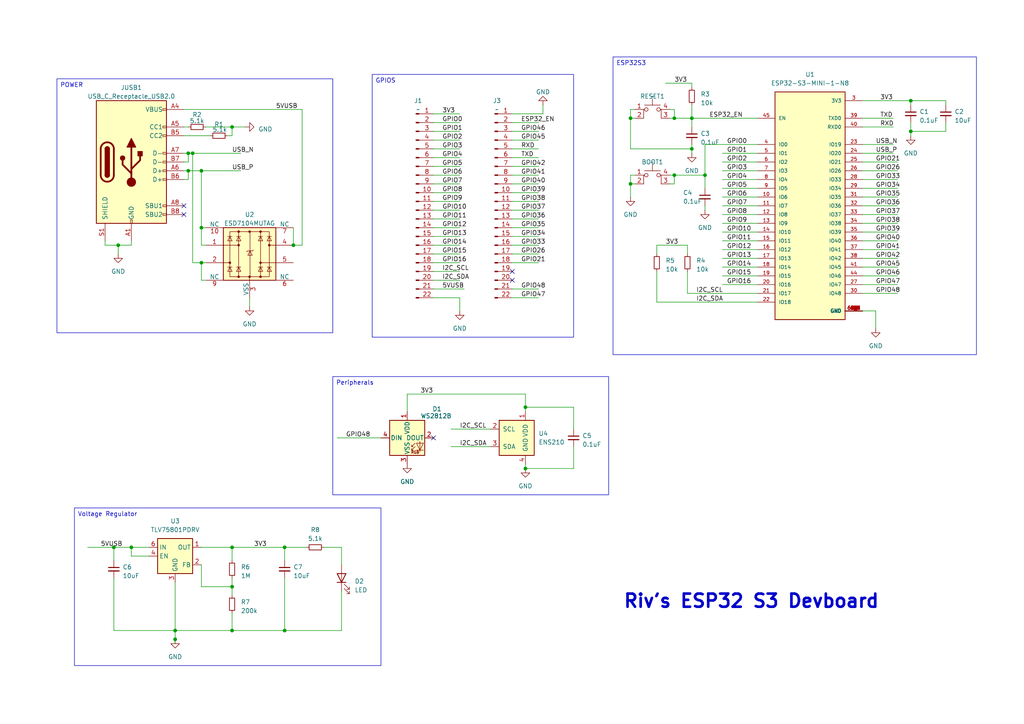
<source format=kicad_sch>
(kicad_sch (version 20250114) (generator "eeschema") (generator_version "9.0")
  (paper "A4")
  (lib_symbols
    (symbol "Connector:Conn_01x22_Pin" (pin_names (offset 1.016) (hide yes))
      (property "Reference" "J" (at 0 27.94 0))
      (property "Value" "Conn_01x22_Pin" (at 0 -30.48 0))
      (symbol "Conn_01x22_Pin_1_1"
        (rectangle (start 0.8636 25.527) (end 0 25.273) (stroke (width 0.1524)) (fill (type outline)))
        (rectangle (start 0.8636 22.987) (end 0 22.733) (stroke (width 0.1524)) (fill (type outline)))
        (rectangle (start 0.8636 20.447) (end 0 20.193) (stroke (width 0.1524)) (fill (type outline)))
        (rectangle (start 0.8636 17.907) (end 0 17.653) (stroke (width 0.1524)) (fill (type outline)))
        (rectangle (start 0.8636 15.367) (end 0 15.113) (stroke (width 0.1524)) (fill (type outline)))
        (rectangle (start 0.8636 12.827) (end 0 12.573) (stroke (width 0.1524)) (fill (type outline)))
        (rectangle (start 0.8636 10.287) (end 0 10.033) (stroke (width 0.1524)) (fill (type outline)))
        (rectangle (start 0.8636 7.747) (end 0 7.493) (stroke (width 0.1524)) (fill (type outline)))
        (rectangle (start 0.8636 5.207) (end 0 4.953) (stroke (width 0.1524)) (fill (type outline)))
        (rectangle (start 0.8636 2.667) (end 0 2.413) (stroke (width 0.1524)) (fill (type outline)))
        (rectangle (start 0.8636 0.127) (end 0 -0.127) (stroke (width 0.1524)) (fill (type outline)))
        (rectangle (start 0.8636 -2.413) (end 0 -2.667) (stroke (width 0.1524)) (fill (type outline)))
        (rectangle (start 0.8636 -4.953) (end 0 -5.207) (stroke (width 0.1524)) (fill (type outline)))
        (rectangle (start 0.8636 -7.493) (end 0 -7.747) (stroke (width 0.1524)) (fill (type outline)))
        (rectangle (start 0.8636 -10.033) (end 0 -10.287) (stroke (width 0.1524)) (fill (type outline)))
        (rectangle (start 0.8636 -12.573) (end 0 -12.827) (stroke (width 0.1524)) (fill (type outline)))
        (rectangle (start 0.8636 -15.113) (end 0 -15.367) (stroke (width 0.1524)) (fill (type outline)))
        (rectangle (start 0.8636 -17.653) (end 0 -17.907) (stroke (width 0.1524)) (fill (type outline)))
        (rectangle (start 0.8636 -20.193) (end 0 -20.447) (stroke (width 0.1524)) (fill (type outline)))
        (rectangle (start 0.8636 -22.733) (end 0 -22.987) (stroke (width 0.1524)) (fill (type outline)))
        (rectangle (start 0.8636 -25.273) (end 0 -25.527) (stroke (width 0.1524)) (fill (type outline)))
        (rectangle (start 0.8636 -27.813) (end 0 -28.067) (stroke (width 0.1524)) (fill (type outline)))
        (polyline (pts (xy 1.27 25.4) (xy 0.8636 25.4)) (stroke (width 0.1524)))
        (polyline (pts (xy 1.27 22.86) (xy 0.8636 22.86)) (stroke (width 0.1524)))
        (polyline (pts (xy 1.27 20.32) (xy 0.8636 20.32)) (stroke (width 0.1524)))
        (polyline (pts (xy 1.27 17.78) (xy 0.8636 17.78)) (stroke (width 0.1524)))
        (polyline (pts (xy 1.27 15.24) (xy 0.8636 15.24)) (stroke (width 0.1524)))
        (polyline (pts (xy 1.27 12.7) (xy 0.8636 12.7)) (stroke (width 0.1524)))
        (polyline (pts (xy 1.27 10.16) (xy 0.8636 10.16)) (stroke (width 0.1524)))
        (polyline (pts (xy 1.27 7.62) (xy 0.8636 7.62)) (stroke (width 0.1524)))
        (polyline (pts (xy 1.27 5.08) (xy 0.8636 5.08)) (stroke (width 0.1524)))
        (polyline (pts (xy 1.27 2.54) (xy 0.8636 2.54)) (stroke (width 0.1524)))
        (polyline (pts (xy 1.27 0) (xy 0.8636 0)) (stroke (width 0.1524)))
        (polyline (pts (xy 1.27 -2.54) (xy 0.8636 -2.54)) (stroke (width 0.1524)))
        (polyline (pts (xy 1.27 -5.08) (xy 0.8636 -5.08)) (stroke (width 0.1524)))
        (polyline (pts (xy 1.27 -7.62) (xy 0.8636 -7.62)) (stroke (width 0.1524)))
        (polyline (pts (xy 1.27 -10.16) (xy 0.8636 -10.16)) (stroke (width 0.1524)))
        (polyline (pts (xy 1.27 -12.7) (xy 0.8636 -12.7)) (stroke (width 0.1524)))
        (polyline (pts (xy 1.27 -15.24) (xy 0.8636 -15.24)) (stroke (width 0.1524)))
        (polyline (pts (xy 1.27 -17.78) (xy 0.8636 -17.78)) (stroke (width 0.1524)))
        (polyline (pts (xy 1.27 -20.32) (xy 0.8636 -20.32)) (stroke (width 0.1524)))
        (polyline (pts (xy 1.27 -22.86) (xy 0.8636 -22.86)) (stroke (width 0.1524)))
        (polyline (pts (xy 1.27 -25.4) (xy 0.8636 -25.4)) (stroke (width 0.1524)))
        (polyline (pts (xy 1.27 -27.94) (xy 0.8636 -27.94)) (stroke (width 0.1524)))
        (pin passive line (at 5.08 25.4 180) (length 3.81) (name "Pin_1") (number "1"))
        (pin passive line (at 5.08 22.86 180) (length 3.81) (name "Pin_2") (number "2"))
        (pin passive line (at 5.08 20.32 180) (length 3.81) (name "Pin_3") (number "3"))
        (pin passive line (at 5.08 17.78 180) (length 3.81) (name "Pin_4") (number "4"))
        (pin passive line (at 5.08 15.24 180) (length 3.81) (name "Pin_5") (number "5"))
        (pin passive line (at 5.08 12.7 180) (length 3.81) (name "Pin_6") (number "6"))
        (pin passive line (at 5.08 10.16 180) (length 3.81) (name "Pin_7") (number "7"))
        (pin passive line (at 5.08 7.62 180) (length 3.81) (name "Pin_8") (number "8"))
        (pin passive line (at 5.08 5.08 180) (length 3.81) (name "Pin_9") (number "9"))
        (pin passive line (at 5.08 2.54 180) (length 3.81) (name "Pin_10") (number "10"))
        (pin passive line (at 5.08 0 180) (length 3.81) (name "Pin_11") (number "11"))
        (pin passive line (at 5.08 -2.54 180) (length 3.81) (name "Pin_12") (number "12"))
        (pin passive line (at 5.08 -5.08 180) (length 3.81) (name "Pin_13") (number "13"))
        (pin passive line (at 5.08 -7.62 180) (length 3.81) (name "Pin_14") (number "14"))
        (pin passive line (at 5.08 -10.16 180) (length 3.81) (name "Pin_15") (number "15"))
        (pin passive line (at 5.08 -12.7 180) (length 3.81) (name "Pin_16") (number "16"))
        (pin passive line (at 5.08 -15.24 180) (length 3.81) (name "Pin_17") (number "17"))
        (pin passive line (at 5.08 -17.78 180) (length 3.81) (name "Pin_18") (number "18"))
        (pin passive line (at 5.08 -20.32 180) (length 3.81) (name "Pin_19") (number "19"))
        (pin passive line (at 5.08 -22.86 180) (length 3.81) (name "Pin_20") (number "20"))
        (pin passive line (at 5.08 -25.4 180) (length 3.81) (name "Pin_21") (number "21"))
        (pin passive line (at 5.08 -27.94 180) (length 3.81) (name "Pin_22") (number "22"))
      )
    )
    (symbol "Connector:USB_C_Receptacle_USB2.0" (pin_names (offset 1.016))
      (property "Reference" "J" (at -10.16 19.05 0))
      (property "Value" "USB_C_Receptacle_USB2.0" (at 19.05 19.05 0))
      (symbol "USB_C_Receptacle_USB2.0_0_0"
        (rectangle (start -0.254 -17.78) (end 0.254 -16.764))
        (rectangle (start 10.16 15.494) (end 9.144 14.986))
        (rectangle (start 10.16 10.414) (end 9.144 9.906))
        (rectangle (start 10.16 7.874) (end 9.144 7.366))
        (rectangle (start 10.16 2.794) (end 9.144 2.286))
        (rectangle (start 10.16 0.254) (end 9.144 -0.254))
        (rectangle (start 10.16 -2.286) (end 9.144 -2.794))
        (rectangle (start 10.16 -4.826) (end 9.144 -5.334))
        (rectangle (start 10.16 -12.446) (end 9.144 -12.954))
        (rectangle (start 10.16 -14.986) (end 9.144 -15.494))
      )
      (symbol "USB_C_Receptacle_USB2.0_0_1"
        (rectangle (start -10.16 17.78) (end 10.16 -17.78) (stroke (width 0.254)) (fill (type background)))
        (polyline (pts (xy -8.89 -3.81) (xy -8.89 3.81)) (stroke (width 0.508)))
        (rectangle (start -7.62 -3.81) (end -6.35 3.81) (stroke (width 0.254)) (fill (type outline)))
        (arc (start -7.62 3.81) (mid -6.985 4.4423) (end -6.35 3.81) (stroke (width 0.254)))
        (arc (start -7.62 3.81) (mid -6.985 4.4423) (end -6.35 3.81) (stroke (width 0.254)) (fill (type outline)))
        (arc (start -8.89 3.81) (mid -6.985 5.7067) (end -5.08 3.81) (stroke (width 0.508)))
        (arc (start -5.08 -3.81) (mid -6.985 -5.7067) (end -8.89 -3.81) (stroke (width 0.508)))
        (arc (start -6.35 -3.81) (mid -6.985 -4.4423) (end -7.62 -3.81) (stroke (width 0.254)))
        (arc (start -6.35 -3.81) (mid -6.985 -4.4423) (end -7.62 -3.81) (stroke (width 0.254)) (fill (type outline)))
        (polyline (pts (xy -5.08 3.81) (xy -5.08 -3.81)) (stroke (width 0.508)))
        (circle (center -2.54 1.143) (radius 0.635) (stroke (width 0.254)) (fill (type outline)))
        (polyline (pts (xy -1.27 4.318) (xy 0 6.858) (xy 1.27 4.318) (xy -1.27 4.318)) (stroke (width 0.254)) (fill (type outline)))
        (polyline (pts (xy 0 -2.032) (xy 2.54 0.508) (xy 2.54 1.778)) (stroke (width 0.508)))
        (polyline (pts (xy 0 -3.302) (xy -2.54 -0.762) (xy -2.54 0.508)) (stroke (width 0.508)))
        (polyline (pts (xy 0 -5.842) (xy 0 4.318)) (stroke (width 0.508)))
        (circle (center 0 -5.842) (radius 1.27) (fill (type outline)))
        (rectangle (start 1.905 1.778) (end 3.175 3.048) (stroke (width 0.254)) (fill (type outline)))
      )
      (symbol "USB_C_Receptacle_USB2.0_1_1"
        (pin passive line (at -7.62 -22.86 90) (length 5.08) (name "SHIELD") (number "S1"))
        (pin passive line (at 0 -22.86 90) (length 5.08) (name "GND") (number "A1"))
        (pin passive line (at 0 -22.86 90) (length 5.08) (hide yes) (name "GND") (number "A12"))
        (pin passive line (at 0 -22.86 90) (length 5.08) (hide yes) (name "GND") (number "B1"))
        (pin passive line (at 0 -22.86 90) (length 5.08) (hide yes) (name "GND") (number "B12"))
        (pin passive line (at 15.24 15.24 180) (length 5.08) (name "VBUS") (number "A4"))
        (pin passive line (at 15.24 15.24 180) (length 5.08) (hide yes) (name "VBUS") (number "A9"))
        (pin passive line (at 15.24 15.24 180) (length 5.08) (hide yes) (name "VBUS") (number "B4"))
        (pin passive line (at 15.24 15.24 180) (length 5.08) (hide yes) (name "VBUS") (number "B9"))
        (pin bidirectional line (at 15.24 10.16 180) (length 5.08) (name "CC1") (number "A5"))
        (pin bidirectional line (at 15.24 7.62 180) (length 5.08) (name "CC2") (number "B5"))
        (pin bidirectional line (at 15.24 2.54 180) (length 5.08) (name "D-") (number "A7"))
        (pin bidirectional line (at 15.24 0 180) (length 5.08) (name "D-") (number "B7"))
        (pin bidirectional line (at 15.24 -2.54 180) (length 5.08) (name "D+") (number "A6"))
        (pin bidirectional line (at 15.24 -5.08 180) (length 5.08) (name "D+") (number "B6"))
        (pin bidirectional line (at 15.24 -12.7 180) (length 5.08) (name "SBU1") (number "A8"))
        (pin bidirectional line (at 15.24 -15.24 180) (length 5.08) (name "SBU2") (number "B8"))
      )
    )
    (symbol "Device:C_Small" (pin_numbers (hide yes)) (pin_names (offset 0.254) (hide yes))
      (property "Reference" "C" (at 0.254 1.778 0))
      (property "Value" "C_Small" (at 0.254 -2.032 0))
      (symbol "C_Small_0_1"
        (polyline (pts (xy -1.524 0.508) (xy 1.524 0.508)) (stroke (width 0.3048)))
        (polyline (pts (xy -1.524 -0.508) (xy 1.524 -0.508)) (stroke (width 0.3302)))
      )
      (symbol "C_Small_1_1"
        (pin passive line (at 0 2.54 270) (length 2.032) (name "~") (number "1"))
        (pin passive line (at 0 -2.54 90) (length 2.032) (name "~") (number "2"))
      )
    )
    (symbol "Device:LED" (pin_numbers (hide yes)) (pin_names (offset 1.016) (hide yes))
      (property "Reference" "D" (at 0 2.54 0))
      (property "Value" "LED" (at 0 -2.54 0))
      (symbol "LED_0_1"
        (polyline (pts (xy -3.048 -0.762) (xy -4.572 -2.286) (xy -3.81 -2.286) (xy -4.572 -2.286) (xy -4.572 -1.524)))
        (polyline (pts (xy -1.778 -0.762) (xy -3.302 -2.286) (xy -2.54 -2.286) (xy -3.302 -2.286) (xy -3.302 -1.524)))
        (polyline (pts (xy -1.27 0) (xy 1.27 0)))
        (polyline (pts (xy -1.27 -1.27) (xy -1.27 1.27)) (stroke (width 0.254)))
        (polyline (pts (xy 1.27 -1.27) (xy 1.27 1.27) (xy -1.27 0) (xy 1.27 -1.27)) (stroke (width 0.254)))
      )
      (symbol "LED_1_1"
        (pin passive line (at -3.81 0 0) (length 2.54) (name "K") (number "1"))
        (pin passive line (at 3.81 0 180) (length 2.54) (name "A") (number "2"))
      )
    )
    (symbol "Device:R_Small" (pin_numbers (hide yes)) (pin_names (offset 0.254) (hide yes))
      (property "Reference" "R" (at 0.762 0.508 0))
      (property "Value" "R_Small" (at 0.762 -1.016 0))
      (symbol "R_Small_0_1"
        (rectangle (start -0.762 1.778) (end 0.762 -1.778) (stroke (width 0.2032)))
      )
      (symbol "R_Small_1_1"
        (pin passive line (at 0 2.54 270) (length 0.762) (name "~") (number "1"))
        (pin passive line (at 0 -2.54 90) (length 0.762) (name "~") (number "2"))
      )
    )
    (symbol "LED:WS2812B" (pin_names (offset 0.254))
      (property "Reference" "D" (at 5.08 5.715 0))
      (property "Value" "WS2812B" (at 1.27 -5.715 0))
      (symbol "WS2812B_0_0"
        (text "RGB" (at 2.286 -4.191 0) (effects (font (size 0.762 0.762))))
      )
      (symbol "WS2812B_0_1"
        (polyline (pts (xy 1.27 -2.54) (xy 1.778 -2.54)))
        (polyline (pts (xy 1.27 -3.556) (xy 1.778 -3.556)))
        (polyline (pts (xy 2.286 -1.524) (xy 1.27 -2.54) (xy 1.27 -2.032)))
        (polyline (pts (xy 2.286 -2.54) (xy 1.27 -3.556) (xy 1.27 -3.048)))
        (polyline (pts (xy 3.683 -1.016) (xy 3.683 -3.556) (xy 3.683 -4.064)))
        (polyline (pts (xy 4.699 -1.524) (xy 2.667 -1.524) (xy 3.683 -3.556) (xy 4.699 -1.524)))
        (polyline (pts (xy 4.699 -3.556) (xy 2.667 -3.556)))
        (rectangle (start 5.08 5.08) (end -5.08 -5.08) (stroke (width 0.254)) (fill (type background)))
      )
      (symbol "WS2812B_1_1"
        (pin input line (at -7.62 0 0) (length 2.54) (name "DIN") (number "4"))
        (pin power_in line (at 0 7.62 270) (length 2.54) (name "VDD") (number "1"))
        (pin power_in line (at 0 -7.62 90) (length 2.54) (name "VSS") (number "3"))
        (pin output line (at 7.62 0 180) (length 2.54) (name "DOUT") (number "2"))
      )
    )
    (symbol "Power_Protection:D3V3XA4B10LP" (pin_names (offset 0))
      (property "Reference" "U" (at -0.635 8.89 0))
      (property "Value" "D3V3XA4B10LP" (at 8.89 -10.16 0))
      (symbol "D3V3XA4B10LP_0_0"
        (rectangle (start -5.715 6.477) (end 5.715 -6.604))
        (polyline (pts (xy -3.175 -6.604) (xy -3.175 6.477)))
        (polyline (pts (xy 0.127 6.477) (xy 0.127 -6.604)))
        (polyline (pts (xy 3.175 6.477) (xy 3.175 -6.604)))
      )
      (symbol "D3V3XA4B10LP_0_1"
        (polyline (pts (xy -7.747 2.54) (xy -3.175 2.54)))
        (rectangle (start -7.62 7.62) (end 7.62 -7.62) (stroke (width 0.254)) (fill (type background)))
        (polyline (pts (xy -7.62 -2.54) (xy -5.715 -2.54)))
        (circle (center -5.715 -2.54) (radius 0.2794) (fill (type outline)))
        (polyline (pts (xy -5.08 5.08) (xy -6.35 5.08)))
        (polyline (pts (xy -5.08 3.81) (xy -6.35 3.81) (xy -5.715 5.08) (xy -5.08 3.81)))
        (polyline (pts (xy -5.08 -3.81) (xy -6.35 -3.81)))
        (polyline (pts (xy -5.08 -5.08) (xy -6.35 -5.08) (xy -5.715 -3.81) (xy -5.08 -5.08)))
        (circle (center -3.175 6.477) (radius 0.2794) (fill (type outline)))
        (circle (center -3.175 2.54) (radius 0.2794) (fill (type outline)))
        (circle (center -3.175 -6.604) (radius 0.2794) (fill (type outline)))
        (polyline (pts (xy -2.54 5.08) (xy -3.81 5.08)))
        (polyline (pts (xy -2.54 3.81) (xy -3.81 3.81) (xy -3.175 5.08) (xy -2.54 3.81)))
        (polyline (pts (xy -2.54 -3.81) (xy -3.81 -3.81)))
        (polyline (pts (xy -2.54 -5.08) (xy -3.81 -5.08) (xy -3.175 -3.81) (xy -2.54 -5.08)))
        (polyline (pts (xy -0.508 0.889) (xy -0.889 0.635)))
        (circle (center 0 6.477) (radius 0.2794) (fill (type outline)))
        (polyline (pts (xy 0 -6.604) (xy 0 -7.62)))
        (circle (center 0 -6.604) (radius 0.2794) (fill (type outline)))
        (polyline (pts (xy 0.762 0.889) (xy -0.508 0.889)))
        (polyline (pts (xy 0.762 0.889) (xy 1.143 1.143)))
        (polyline (pts (xy 0.762 -0.381) (xy -0.508 -0.381) (xy 0.127 0.889) (xy 0.762 -0.381)))
        (circle (center 3.175 6.477) (radius 0.2794) (fill (type outline)))
        (circle (center 3.175 -2.54) (radius 0.2794) (fill (type outline)))
        (circle (center 3.175 -6.604) (radius 0.2794) (fill (type outline)))
        (polyline (pts (xy 3.81 5.08) (xy 2.54 5.08)))
        (polyline (pts (xy 3.81 3.81) (xy 2.54 3.81) (xy 3.175 5.08) (xy 3.81 3.81)))
        (polyline (pts (xy 3.81 -3.81) (xy 2.54 -3.81)))
        (polyline (pts (xy 3.81 -5.08) (xy 2.54 -5.08) (xy 3.175 -3.81) (xy 3.81 -5.08)))
        (circle (center 5.715 2.54) (radius 0.2794) (fill (type outline)))
        (polyline (pts (xy 6.35 5.08) (xy 5.08 5.08)))
        (polyline (pts (xy 6.35 3.81) (xy 5.08 3.81) (xy 5.715 5.08) (xy 6.35 3.81)))
        (polyline (pts (xy 6.35 -3.81) (xy 5.08 -3.81)))
        (polyline (pts (xy 6.35 -5.08) (xy 5.08 -5.08) (xy 5.715 -3.81) (xy 6.35 -5.08)))
        (polyline (pts (xy 7.62 2.54) (xy 5.715 2.54)))
        (polyline (pts (xy 7.62 -2.54) (xy 3.175 -2.54)))
      )
      (symbol "D3V3XA4B10LP_1_1"
        (pin free line (at -12.7 7.62 0) (length 5.08) (name "NC") (number "10"))
        (pin passive line (at -12.7 2.54 0) (length 5.08) (name "~") (number "1"))
        (pin passive line (at -12.7 -2.54 0) (length 5.08) (name "~") (number "2"))
        (pin free line (at -12.7 -7.62 0) (length 5.08) (name "NC") (number "9"))
        (pin power_in line (at 0 -12.7 90) (length 5.08) (name "VSS") (number "3"))
        (pin passive line (at 0 -12.7 90) (length 5.08) (hide yes) (name "VSS") (number "8"))
        (pin free line (at 12.7 7.62 180) (length 5.08) (name "NC") (number "7"))
        (pin passive line (at 12.7 2.54 180) (length 5.08) (name "~") (number "4"))
        (pin passive line (at 12.7 -2.54 180) (length 5.08) (name "~") (number "5"))
        (pin free line (at 12.7 -7.62 180) (length 5.08) (name "NC") (number "6"))
      )
    )
    (symbol "Regulator_Linear:TLV75801PDRV"
      (property "Reference" "U" (at -3.81 6.35 0))
      (property "Value" "TLV75801PDRV" (at 0 6.35 0))
      (symbol "TLV75801PDRV_0_1"
        (rectangle (start 5.08 -5.08) (end -5.08 5.08) (stroke (width 0.254)) (fill (type background)))
      )
      (symbol "TLV75801PDRV_1_1"
        (pin power_in line (at -7.62 2.54 0) (length 2.54) (name "IN") (number "6"))
        (pin input line (at -7.62 0 0) (length 2.54) (name "EN") (number "4"))
        (pin power_in line (at 0 -7.62 90) (length 2.54) (name "GND") (number "3"))
        (pin passive line (at 0 -7.62 90) (length 2.54) (hide yes) (name "GND") (number "7"))
        (pin no_connect line (at 5.08 0 180) (length 2.54) (hide yes) (name "DNC") (number "5"))
        (pin power_out line (at 7.62 2.54 180) (length 2.54) (name "OUT") (number "1"))
        (pin input line (at 7.62 -2.54 180) (length 2.54) (name "FB") (number "2"))
      )
    )
    (symbol "Sensor_Humidity:ENS210" (pin_names (offset 1.016))
      (property "Reference" "U" (at -7.62 10.16 0))
      (property "Value" "ENS210" (at -7.62 7.62 0))
      (symbol "ENS210_0_1"
        (rectangle (start -5.08 5.08) (end 5.08 -5.08) (stroke (width 0.254)) (fill (type background)))
      )
      (symbol "ENS210_1_1"
        (pin input line (at -7.62 2.54 0) (length 2.54) (name "SCL") (number "2"))
        (pin bidirectional line (at -7.62 -2.54 0) (length 2.54) (name "SDA") (number "3"))
        (pin power_in line (at 2.54 7.62 270) (length 2.54) (name "VDD") (number "1"))
        (pin power_in line (at 2.54 -7.62 90) (length 2.54) (name "GND") (number "4"))
        (pin passive line (at 2.54 -7.62 90) (length 2.54) (hide yes) (name "GND") (number "5"))
      )
    )
    (symbol "Switch:SW_MEC_5E" (pin_names (offset 1.016) (hide yes))
      (property "Reference" "SW" (at 0.635 5.715 0))
      (property "Value" "SW_MEC_5E" (at 0 -3.175 0))
      (symbol "SW_MEC_5E_0_1"
        (polyline (pts (xy -2.54 0) (xy -2.54 2.54) (xy -2.286 2.54)))
        (polyline (pts (xy -2.286 3.81) (xy 2.286 3.81)))
        (circle (center -1.778 2.54) (radius 0.508))
        (polyline (pts (xy 0 3.81) (xy 0 5.588)))
        (circle (center 1.778 2.54) (radius 0.508))
        (polyline (pts (xy 2.54 0) (xy 2.54 2.54) (xy 2.286 2.54)))
        (pin passive line (at -5.08 2.54 0) (length 2.54) (name "1") (number "1"))
        (pin passive line (at -5.08 0 0) (length 2.54) (name "2") (number "2"))
        (pin passive line (at 5.08 2.54 180) (length 2.54) (name "A") (number "4"))
        (pin passive line (at 5.08 0 180) (length 2.54) (name "K") (number "3"))
      )
    )
    (symbol "esp:ESP32-S3-MINI-1-N8" (pin_names (offset 1.016))
      (property "Reference" "U" (at -10.16 34.29 0))
      (property "Value" "ESP32-S3-MINI-1-N8" (at -10.16 -35.56 0))
      (symbol "ESP32-S3-MINI-1-N8_0_0"
        (rectangle (start -10.16 -33.02) (end 10.16 33.02) (stroke (width 0.254)) (fill (type background)))
        (pin input line (at -15.24 25.4 0) (length 5.08) (name "EN") (number "45"))
        (pin bidirectional line (at -15.24 17.78 0) (length 5.08) (name "IO0") (number "4"))
        (pin bidirectional line (at -15.24 15.24 0) (length 5.08) (name "IO1") (number "5"))
        (pin bidirectional line (at -15.24 12.7 0) (length 5.08) (name "IO2") (number "6"))
        (pin bidirectional line (at -15.24 10.16 0) (length 5.08) (name "IO3") (number "7"))
        (pin bidirectional line (at -15.24 7.62 0) (length 5.08) (name "IO4") (number "8"))
        (pin bidirectional line (at -15.24 5.08 0) (length 5.08) (name "IO5") (number "9"))
        (pin bidirectional line (at -15.24 2.54 0) (length 5.08) (name "IO6") (number "10"))
        (pin bidirectional line (at -15.24 0 0) (length 5.08) (name "IO7") (number "11"))
        (pin bidirectional line (at -15.24 -2.54 0) (length 5.08) (name "IO8") (number "12"))
        (pin bidirectional line (at -15.24 -5.08 0) (length 5.08) (name "IO9") (number "13"))
        (pin bidirectional line (at -15.24 -7.62 0) (length 5.08) (name "IO10") (number "14"))
        (pin bidirectional line (at -15.24 -10.16 0) (length 5.08) (name "IO11") (number "15"))
        (pin bidirectional line (at -15.24 -12.7 0) (length 5.08) (name "IO12") (number "16"))
        (pin bidirectional line (at -15.24 -15.24 0) (length 5.08) (name "IO13") (number "17"))
        (pin bidirectional line (at -15.24 -17.78 0) (length 5.08) (name "IO14") (number "18"))
        (pin bidirectional line (at -15.24 -20.32 0) (length 5.08) (name "IO15") (number "19"))
        (pin bidirectional line (at -15.24 -22.86 0) (length 5.08) (name "IO16") (number "20"))
        (pin bidirectional line (at -15.24 -25.4 0) (length 5.08) (name "IO17") (number "21"))
        (pin bidirectional line (at -15.24 -27.94 0) (length 5.08) (name "IO18") (number "22"))
        (pin power_in line (at 15.24 30.48 180) (length 5.08) (name "3V3") (number "3"))
        (pin bidirectional line (at 15.24 25.4 180) (length 5.08) (name "TXD0") (number "39"))
        (pin bidirectional line (at 15.24 22.86 180) (length 5.08) (name "RXD0") (number "40"))
        (pin bidirectional line (at 15.24 17.78 180) (length 5.08) (name "IO19") (number "23"))
        (pin bidirectional line (at 15.24 15.24 180) (length 5.08) (name "IO20") (number "24"))
        (pin bidirectional line (at 15.24 12.7 180) (length 5.08) (name "IO21") (number "25"))
        (pin bidirectional line (at 15.24 10.16 180) (length 5.08) (name "IO26") (number "26"))
        (pin bidirectional line (at 15.24 7.62 180) (length 5.08) (name "IO33") (number "28"))
        (pin bidirectional line (at 15.24 5.08 180) (length 5.08) (name "IO34") (number "29"))
        (pin bidirectional line (at 15.24 2.54 180) (length 5.08) (name "IO35") (number "31"))
        (pin bidirectional line (at 15.24 0 180) (length 5.08) (name "IO36") (number "32"))
        (pin bidirectional line (at 15.24 -2.54 180) (length 5.08) (name "IO37") (number "33"))
        (pin bidirectional line (at 15.24 -5.08 180) (length 5.08) (name "IO38") (number "34"))
        (pin bidirectional line (at 15.24 -7.62 180) (length 5.08) (name "IO39") (number "35"))
        (pin bidirectional line (at 15.24 -10.16 180) (length 5.08) (name "IO40") (number "36"))
        (pin bidirectional line (at 15.24 -12.7 180) (length 5.08) (name "IO41") (number "37"))
        (pin bidirectional line (at 15.24 -15.24 180) (length 5.08) (name "IO42") (number "38"))
        (pin bidirectional line (at 15.24 -17.78 180) (length 5.08) (name "IO45") (number "41"))
        (pin bidirectional line (at 15.24 -20.32 180) (length 5.08) (name "IO46") (number "44"))
        (pin bidirectional line (at 15.24 -22.86 180) (length 5.08) (name "IO47") (number "27"))
        (pin bidirectional line (at 15.24 -25.4 180) (length 5.08) (name "IO48") (number "30"))
        (pin power_in line (at 15.24 -30.48 180) (length 5.08) (name "GND") (number "1"))
        (pin power_in line (at 15.24 -30.48 180) (length 5.08) (name "GND") (number "2"))
        (pin power_in line (at 15.24 -30.48 180) (length 5.08) (name "GND") (number "42"))
        (pin power_in line (at 15.24 -30.48 180) (length 5.08) (name "GND") (number "43"))
        (pin power_in line (at 15.24 -30.48 180) (length 5.08) (name "GND") (number "46"))
        (pin power_in line (at 15.24 -30.48 180) (length 5.08) (name "GND") (number "47"))
        (pin power_in line (at 15.24 -30.48 180) (length 5.08) (name "GND") (number "48"))
        (pin power_in line (at 15.24 -30.48 180) (length 5.08) (name "GND") (number "49"))
        (pin power_in line (at 15.24 -30.48 180) (length 5.08) (name "GND") (number "50"))
        (pin power_in line (at 15.24 -30.48 180) (length 5.08) (name "GND") (number "51"))
        (pin power_in line (at 15.24 -30.48 180) (length 5.08) (name "GND") (number "52"))
        (pin power_in line (at 15.24 -30.48 180) (length 5.08) (name "GND") (number "53"))
        (pin power_in line (at 15.24 -30.48 180) (length 5.08) (name "GND") (number "54"))
        (pin power_in line (at 15.24 -30.48 180) (length 5.08) (name "GND") (number "55"))
        (pin power_in line (at 15.24 -30.48 180) (length 5.08) (name "GND") (number "56"))
        (pin power_in line (at 15.24 -30.48 180) (length 5.08) (name "GND") (number "57"))
        (pin power_in line (at 15.24 -30.48 180) (length 5.08) (name "GND") (number "58"))
        (pin power_in line (at 15.24 -30.48 180) (length 5.08) (name "GND") (number "59"))
        (pin power_in line (at 15.24 -30.48 180) (length 5.08) (name "GND") (number "60"))
        (pin power_in line (at 15.24 -30.48 180) (length 5.08) (name "GND") (number "61"))
        (pin power_in line (at 15.24 -30.48 180) (length 5.08) (name "GND") (number "61_1"))
        (pin power_in line (at 15.24 -30.48 180) (length 5.08) (name "GND") (number "61_2"))
        (pin power_in line (at 15.24 -30.48 180) (length 5.08) (name "GND") (number "61_3"))
        (pin power_in line (at 15.24 -30.48 180) (length 5.08) (name "GND") (number "61_4"))
        (pin power_in line (at 15.24 -30.48 180) (length 5.08) (name "GND") (number "61_5"))
        (pin power_in line (at 15.24 -30.48 180) (length 5.08) (name "GND") (number "61_6"))
        (pin power_in line (at 15.24 -30.48 180) (length 5.08) (name "GND") (number "61_7"))
        (pin power_in line (at 15.24 -30.48 180) (length 5.08) (name "GND") (number "61_8"))
        (pin power_in line (at 15.24 -30.48 180) (length 5.08) (name "GND") (number "62"))
        (pin power_in line (at 15.24 -30.48 180) (length 5.08) (name "GND") (number "63"))
        (pin power_in line (at 15.24 -30.48 180) (length 5.08) (name "GND") (number "64"))
        (pin power_in line (at 15.24 -30.48 180) (length 5.08) (name "GND") (number "65"))
      )
    )
    (symbol "power:GND" (power) (pin_names (offset 0))
      (property "Value" "GND" (at 0 -3.81 0))
      (symbol "GND_0_1"
        (polyline (pts (xy 0 0) (xy 0 -1.27) (xy 1.27 -1.27) (xy 0 -2.54) (xy -1.27 -1.27) (xy 0 -1.27)))
      )
      (symbol "GND_1_1"
        (pin power_in line (at 0 0 270) (length 0) (hide yes) (name "GND") (number "1"))
      )
    )
  )
  (text "Riv's ESP32 S3 Devboard" (at 217.932 174.498 0) (effects (font (size 3.81 3.81) (thickness 0.762) (bold yes))))
  (text_box "Peripherals\n" (at 96.52 109.22 0) (size 80.01 34.29) (margins 0.9525 0.9525 0.9525 0.9525) (effects (font (size 1.27 1.27)) (justify left top)))
  (text_box "POWER" (at 16.51 22.86 0) (size 80.01 73.66) (margins 0.9525 0.9525 0.9525 0.9525) (effects (font (size 1.27 1.27)) (justify left top)))
  (text_box "Voltage Regulator" (at 21.59 147.32 0) (size 88.9 45.72) (margins 0.9525 0.9525 0.9525 0.9525) (effects (font (size 1.27 1.27)) (justify left top)))
  (text_box "ESP32S3\n" (at 177.8 16.51 0) (size 105.41 86.36) (margins 0.9525 0.9525 0.9525 0.9525) (effects (font (size 1.27 1.27)) (justify left top)))
  (text_box "GPIOS\n" (at 107.95 21.59 0) (size 58.42 76.2) (margins 0.9525 0.9525 0.9525 0.9525) (effects (font (size 1.27 1.27)) (justify left top)))
  (junction (at 58.42 49.53))
  (junction (at 58.42 76.2))
  (junction (at 182.88 34.29))
  (junction (at 195.58 50.8))
  (junction (at 182.88 53.34))
  (junction (at 67.31 36.83))
  (junction (at 264.16 29.21))
  (junction (at 200.66 34.29))
  (junction (at 195.58 34.29))
  (junction (at 38.1 158.75))
  (junction (at 152.4 135.89))
  (junction (at 67.31 158.75))
  (junction (at 54.61 44.45))
  (junction (at 264.16 38.1))
  (junction (at 58.42 66.04))
  (junction (at 67.31 182.88))
  (junction (at 55.88 44.45))
  (junction (at 85.09 71.12))
  (junction (at 50.8 185.42))
  (junction (at 82.55 182.88))
  (junction (at 204.47 50.8))
  (junction (at 152.4 118.11))
  (junction (at 82.55 158.75))
  (junction (at 67.31 170.18))
  (junction (at 34.29 71.12))
  (junction (at 200.66 43.18))
  (junction (at 54.61 49.53))
  (junction (at 33.02 158.75))
  (junction (at 50.8 182.88))
  (no_connect (at 125.73 127))
  (no_connect (at 53.34 59.69))
  (no_connect (at 148.59 81.28))
  (no_connect (at 148.59 78.74))
  (no_connect (at 53.34 62.23))
  (wire (pts (xy 125.73 71.12) (xy 133.35 71.12)))
  (wire (pts (xy 250.19 36.83) (xy 259.08 36.83)))
  (wire (pts (xy 190.5 78.74) (xy 190.5 87.63)))
  (wire (pts (xy 125.73 73.66) (xy 133.35 73.66)))
  (wire (pts (xy 43.18 161.29) (xy 38.1 161.29)))
  (wire (pts (xy 200.66 30.48) (xy 200.66 34.29)))
  (wire (pts (xy 59.69 76.2) (xy 58.42 76.2)))
  (wire (pts (xy 67.31 39.37) (xy 67.31 36.83)))
  (wire (pts (xy 82.55 167.64) (xy 82.55 182.88)))
  (wire (pts (xy 190.5 73.66) (xy 190.5 71.12)))
  (wire (pts (xy 194.31 50.8) (xy 195.58 50.8)))
  (wire (pts (xy 250.19 29.21) (xy 264.16 29.21)))
  (wire (pts (xy 250.19 59.69) (xy 260.35 59.69)))
  (wire (pts (xy 125.73 53.34) (xy 133.35 53.34)))
  (wire (pts (xy 194.31 31.75) (xy 195.58 31.75)))
  (wire (pts (xy 250.19 62.23) (xy 260.35 62.23)))
  (wire (pts (xy 125.73 76.2) (xy 133.35 76.2)))
  (wire (pts (xy 59.69 81.28) (xy 58.42 81.28)))
  (wire (pts (xy 38.1 71.12) (xy 34.29 71.12)))
  (wire (pts (xy 195.58 34.29) (xy 200.66 34.29)))
  (wire (pts (xy 58.42 66.04) (xy 58.42 71.12)))
  (wire (pts (xy 166.37 129.54) (xy 166.37 135.89)))
  (wire (pts (xy 209.55 80.01) (xy 219.71 80.01)))
  (wire (pts (xy 99.06 171.45) (xy 99.06 182.88)))
  (wire (pts (xy 250.19 57.15) (xy 260.35 57.15)))
  (wire (pts (xy 199.39 78.74) (xy 199.39 85.09)))
  (wire (pts (xy 125.73 86.36) (xy 133.35 86.36)))
  (wire (pts (xy 125.73 68.58) (xy 133.35 68.58)))
  (wire (pts (xy 55.88 44.45) (xy 69.85 44.45)))
  (wire (pts (xy 166.37 124.46) (xy 166.37 118.11)))
  (wire (pts (xy 184.15 31.75) (xy 182.88 31.75)))
  (wire (pts (xy 200.66 41.91) (xy 200.66 43.18)))
  (wire (pts (xy 33.02 182.88) (xy 50.8 182.88)))
  (wire (pts (xy 148.59 53.34) (xy 156.21 53.34)))
  (wire (pts (xy 53.34 39.37) (xy 60.96 39.37)))
  (wire (pts (xy 125.73 66.04) (xy 133.35 66.04)))
  (wire (pts (xy 33.02 158.75) (xy 38.1 158.75)))
  (wire (pts (xy 209.55 77.47) (xy 219.71 77.47)))
  (wire (pts (xy 148.59 58.42) (xy 156.21 58.42)))
  (wire (pts (xy 250.19 41.91) (xy 259.08 41.91)))
  (wire (pts (xy 148.59 55.88) (xy 156.21 55.88)))
  (wire (pts (xy 193.04 24.13) (xy 200.66 24.13)))
  (wire (pts (xy 250.19 80.01) (xy 260.35 80.01)))
  (wire (pts (xy 204.47 41.91) (xy 204.47 50.8)))
  (wire (pts (xy 59.69 36.83) (xy 67.31 36.83)))
  (wire (pts (xy 250.19 74.93) (xy 260.35 74.93)))
  (wire (pts (xy 250.19 49.53) (xy 260.35 49.53)))
  (wire (pts (xy 194.31 53.34) (xy 195.58 53.34)))
  (wire (pts (xy 204.47 50.8) (xy 195.58 50.8)))
  (wire (pts (xy 254 90.17) (xy 254 95.25)))
  (wire (pts (xy 82.55 158.75) (xy 88.9 158.75)))
  (wire (pts (xy 190.5 71.12) (xy 199.39 71.12)))
  (wire (pts (xy 204.47 41.91) (xy 219.71 41.91)))
  (wire (pts (xy 125.73 45.72) (xy 133.35 45.72)))
  (wire (pts (xy 33.02 167.64) (xy 33.02 182.88)))
  (wire (pts (xy 250.19 52.07) (xy 260.35 52.07)))
  (wire (pts (xy 200.66 34.29) (xy 219.71 34.29)))
  (wire (pts (xy 125.73 55.88) (xy 133.35 55.88)))
  (wire (pts (xy 82.55 162.56) (xy 82.55 158.75)))
  (wire (pts (xy 125.73 81.28) (xy 133.35 81.28)))
  (wire (pts (xy 30.48 71.12) (xy 34.29 71.12)))
  (wire (pts (xy 148.59 73.66) (xy 156.21 73.66)))
  (wire (pts (xy 157.48 30.48) (xy 157.48 33.02)))
  (wire (pts (xy 209.55 62.23) (xy 219.71 62.23)))
  (wire (pts (xy 125.73 50.8) (xy 133.35 50.8)))
  (wire (pts (xy 58.42 66.04) (xy 59.69 66.04)))
  (wire (pts (xy 99.06 158.75) (xy 99.06 163.83)))
  (wire (pts (xy 67.31 177.8) (xy 67.31 182.88)))
  (wire (pts (xy 250.19 82.55) (xy 260.35 82.55)))
  (wire (pts (xy 264.16 30.48) (xy 264.16 29.21)))
  (wire (pts (xy 87.63 71.12) (xy 87.63 31.75)))
  (wire (pts (xy 209.55 52.07) (xy 219.71 52.07)))
  (wire (pts (xy 118.11 119.38) (xy 118.11 114.3)))
  (wire (pts (xy 250.19 46.99) (xy 260.35 46.99)))
  (wire (pts (xy 148.59 68.58) (xy 156.21 68.58)))
  (wire (pts (xy 194.31 34.29) (xy 195.58 34.29)))
  (wire (pts (xy 72.39 86.36) (xy 72.39 88.9)))
  (wire (pts (xy 148.59 38.1) (xy 156.21 38.1)))
  (wire (pts (xy 54.61 44.45) (xy 55.88 44.45)))
  (wire (pts (xy 148.59 76.2) (xy 156.21 76.2)))
  (wire (pts (xy 264.16 29.21) (xy 274.32 29.21)))
  (wire (pts (xy 148.59 48.26) (xy 156.21 48.26)))
  (wire (pts (xy 85.09 66.04) (xy 85.09 71.12)))
  (wire (pts (xy 250.19 90.17) (xy 254 90.17)))
  (wire (pts (xy 182.88 43.18) (xy 182.88 34.29)))
  (wire (pts (xy 125.73 58.42) (xy 133.35 58.42)))
  (wire (pts (xy 25.4 158.75) (xy 33.02 158.75)))
  (wire (pts (xy 182.88 53.34) (xy 182.88 57.15)))
  (wire (pts (xy 148.59 60.96) (xy 156.21 60.96)))
  (wire (pts (xy 200.66 34.29) (xy 200.66 36.83)))
  (wire (pts (xy 58.42 81.28) (xy 58.42 76.2)))
  (wire (pts (xy 152.4 114.3) (xy 152.4 118.11)))
  (wire (pts (xy 93.98 158.75) (xy 99.06 158.75)))
  (wire (pts (xy 67.31 158.75) (xy 58.42 158.75)))
  (wire (pts (xy 209.55 59.69) (xy 219.71 59.69)))
  (wire (pts (xy 209.55 69.85) (xy 219.71 69.85)))
  (wire (pts (xy 148.59 50.8) (xy 156.21 50.8)))
  (wire (pts (xy 182.88 50.8) (xy 182.88 53.34)))
  (wire (pts (xy 209.55 44.45) (xy 219.71 44.45)))
  (wire (pts (xy 209.55 64.77) (xy 219.71 64.77)))
  (wire (pts (xy 50.8 185.42) (xy 50.8 186.69)))
  (wire (pts (xy 250.19 69.85) (xy 260.35 69.85)))
  (wire (pts (xy 34.29 73.66) (xy 34.29 71.12)))
  (wire (pts (xy 130.81 129.54) (xy 142.24 129.54)))
  (wire (pts (xy 125.73 78.74) (xy 133.35 78.74)))
  (wire (pts (xy 264.16 35.56) (xy 264.16 38.1)))
  (wire (pts (xy 58.42 49.53) (xy 69.85 49.53)))
  (wire (pts (xy 97.79 127) (xy 110.49 127)))
  (wire (pts (xy 50.8 168.91) (xy 50.8 182.88)))
  (wire (pts (xy 50.8 182.88) (xy 50.8 185.42)))
  (wire (pts (xy 130.81 124.46) (xy 142.24 124.46)))
  (wire (pts (xy 148.59 71.12) (xy 156.21 71.12)))
  (wire (pts (xy 209.55 49.53) (xy 219.71 49.53)))
  (wire (pts (xy 133.35 86.36) (xy 133.35 90.17)))
  (wire (pts (xy 209.55 46.99) (xy 219.71 46.99)))
  (wire (pts (xy 67.31 158.75) (xy 67.31 162.56)))
  (wire (pts (xy 264.16 38.1) (xy 264.16 39.37)))
  (wire (pts (xy 67.31 36.83) (xy 71.12 36.83)))
  (wire (pts (xy 53.34 52.07) (xy 54.61 52.07)))
  (wire (pts (xy 82.55 158.75) (xy 67.31 158.75)))
  (wire (pts (xy 209.55 82.55) (xy 219.71 82.55)))
  (wire (pts (xy 250.19 44.45) (xy 259.08 44.45)))
  (wire (pts (xy 99.06 182.88) (xy 82.55 182.88)))
  (wire (pts (xy 30.48 69.85) (xy 30.48 71.12)))
  (wire (pts (xy 148.59 86.36) (xy 156.21 86.36)))
  (wire (pts (xy 38.1 158.75) (xy 43.18 158.75)))
  (wire (pts (xy 200.66 43.18) (xy 200.66 44.45)))
  (wire (pts (xy 58.42 76.2) (xy 55.88 76.2)))
  (wire (pts (xy 166.37 118.11) (xy 152.4 118.11)))
  (wire (pts (xy 274.32 30.48) (xy 274.32 29.21)))
  (wire (pts (xy 195.58 31.75) (xy 195.58 34.29)))
  (wire (pts (xy 204.47 54.61) (xy 204.47 50.8)))
  (wire (pts (xy 148.59 33.02) (xy 157.48 33.02)))
  (wire (pts (xy 53.34 36.83) (xy 54.61 36.83)))
  (wire (pts (xy 125.73 38.1) (xy 133.35 38.1)))
  (wire (pts (xy 53.34 49.53) (xy 54.61 49.53)))
  (wire (pts (xy 125.73 35.56) (xy 133.35 35.56)))
  (wire (pts (xy 250.19 64.77) (xy 260.35 64.77)))
  (wire (pts (xy 182.88 34.29) (xy 184.15 34.29)))
  (wire (pts (xy 66.04 39.37) (xy 67.31 39.37)))
  (wire (pts (xy 38.1 69.85) (xy 38.1 71.12)))
  (wire (pts (xy 54.61 52.07) (xy 54.61 49.53)))
  (wire (pts (xy 53.34 31.75) (xy 87.63 31.75)))
  (wire (pts (xy 148.59 63.5) (xy 156.21 63.5)))
  (wire (pts (xy 148.59 40.64) (xy 156.21 40.64)))
  (wire (pts (xy 50.8 182.88) (xy 67.31 182.88)))
  (wire (pts (xy 38.1 161.29) (xy 38.1 158.75)))
  (wire (pts (xy 148.59 66.04) (xy 156.21 66.04)))
  (wire (pts (xy 250.19 54.61) (xy 260.35 54.61)))
  (wire (pts (xy 59.69 71.12) (xy 58.42 71.12)))
  (wire (pts (xy 125.73 83.82) (xy 134.62 83.82)))
  (wire (pts (xy 55.88 76.2) (xy 55.88 44.45)))
  (wire (pts (xy 67.31 170.18) (xy 67.31 172.72)))
  (wire (pts (xy 209.55 57.15) (xy 219.71 57.15)))
  (wire (pts (xy 58.42 49.53) (xy 58.42 66.04)))
  (wire (pts (xy 209.55 74.93) (xy 219.71 74.93)))
  (wire (pts (xy 85.09 71.12) (xy 87.63 71.12)))
  (wire (pts (xy 250.19 85.09) (xy 260.35 85.09)))
  (wire (pts (xy 250.19 34.29) (xy 259.08 34.29)))
  (wire (pts (xy 53.34 46.99) (xy 54.61 46.99)))
  (wire (pts (xy 199.39 71.12) (xy 199.39 73.66)))
  (wire (pts (xy 125.73 43.18) (xy 133.35 43.18)))
  (wire (pts (xy 67.31 182.88) (xy 82.55 182.88)))
  (wire (pts (xy 118.11 114.3) (xy 152.4 114.3)))
  (wire (pts (xy 148.59 43.18) (xy 156.21 43.18)))
  (wire (pts (xy 148.59 45.72) (xy 156.21 45.72)))
  (wire (pts (xy 54.61 46.99) (xy 54.61 44.45)))
  (wire (pts (xy 200.66 25.4) (xy 200.66 24.13)))
  (wire (pts (xy 33.02 158.75) (xy 33.02 162.56)))
  (wire (pts (xy 200.66 43.18) (xy 182.88 43.18)))
  (wire (pts (xy 190.5 87.63) (xy 219.71 87.63)))
  (wire (pts (xy 148.59 35.56) (xy 156.21 35.56)))
  (wire (pts (xy 182.88 31.75) (xy 182.88 34.29)))
  (wire (pts (xy 199.39 85.09) (xy 219.71 85.09)))
  (wire (pts (xy 209.55 54.61) (xy 219.71 54.61)))
  (wire (pts (xy 184.15 50.8) (xy 182.88 50.8)))
  (wire (pts (xy 125.73 33.02) (xy 133.35 33.02)))
  (wire (pts (xy 250.19 77.47) (xy 260.35 77.47)))
  (wire (pts (xy 250.19 72.39) (xy 260.35 72.39)))
  (wire (pts (xy 195.58 53.34) (xy 195.58 50.8)))
  (wire (pts (xy 209.55 67.31) (xy 219.71 67.31)))
  (wire (pts (xy 58.42 170.18) (xy 67.31 170.18)))
  (wire (pts (xy 152.4 134.62) (xy 152.4 135.89)))
  (wire (pts (xy 274.32 35.56) (xy 274.32 38.1)))
  (wire (pts (xy 152.4 118.11) (xy 152.4 119.38)))
  (wire (pts (xy 125.73 48.26) (xy 133.35 48.26)))
  (wire (pts (xy 53.34 44.45) (xy 54.61 44.45)))
  (wire (pts (xy 274.32 38.1) (xy 264.16 38.1)))
  (wire (pts (xy 250.19 67.31) (xy 260.35 67.31)))
  (wire (pts (xy 125.73 60.96) (xy 133.35 60.96)))
  (wire (pts (xy 148.59 83.82) (xy 156.21 83.82)))
  (wire (pts (xy 184.15 53.34) (xy 182.88 53.34)))
  (wire (pts (xy 67.31 167.64) (xy 67.31 170.18)))
  (wire (pts (xy 166.37 135.89) (xy 152.4 135.89)))
  (wire (pts (xy 58.42 163.83) (xy 58.42 170.18)))
  (wire (pts (xy 209.55 72.39) (xy 219.71 72.39)))
  (wire (pts (xy 125.73 40.64) (xy 133.35 40.64)))
  (wire (pts (xy 54.61 49.53) (xy 58.42 49.53)))
  (wire (pts (xy 125.73 63.5) (xy 133.35 63.5)))
  (wire (pts (xy 204.47 59.69) (xy 204.47 60.96)))
  (label "5VUSB" (at 128.27 83.82 0))
  (label "GPIO9" (at 128.27 58.42 0))
  (label "GPIO12" (at 210.82 72.39 0))
  (label "USB_N" (at 67.31 44.45 0))
  (label "GPIO4" (at 210.82 52.07 0))
  (label "GPIO14" (at 128.27 71.12 0))
  (label "TXD" (at 255.27 34.29 0))
  (label "GPIO36" (at 151.13 63.5 0))
  (label "GPIO3" (at 128.27 43.18 0))
  (label "GPIO21" (at 151.13 76.2 0))
  (label "GPIO13" (at 210.82 74.93 0))
  (label "GPIO8" (at 210.82 62.23 0))
  (label "5VUSB" (at 29.21 158.75 0))
  (label "GPIO5" (at 128.27 48.26 0))
  (label "GPIO46" (at 254 80.01 0))
  (label "GPIO47" (at 254 82.55 0))
  (label "USB_P" (at 254 44.45 0))
  (label "GPIO21" (at 254 46.99 0))
  (label "GPIO9" (at 210.82 64.77 0))
  (label "GPIO16" (at 210.82 82.55 0))
  (label "GPIO42" (at 254 74.93 0))
  (label "GPIO48" (at 254 85.09 0))
  (label "GPIO46" (at 151.13 38.1 0))
  (label "ESP32_EN" (at 205.74 34.29 0))
  (label "GPIO45" (at 151.13 40.64 0))
  (label "GPIO48" (at 151.13 83.82 0))
  (label "RXD" (at 255.27 36.83 0))
  (label "GPIO34" (at 254 54.61 0))
  (label "3V3" (at 195.58 24.13 0))
  (label "ESP32_EN" (at 151.13 35.56 0))
  (label "GPIO26" (at 254 49.53 0))
  (label "GPIO15" (at 128.27 73.66 0))
  (label "GPIO39" (at 151.13 55.88 0))
  (label "GPIO45" (at 254 77.47 0))
  (label "GPIO15" (at 210.82 80.01 0))
  (label "GPIO40" (at 254 69.85 0))
  (label "GPIO40" (at 151.13 53.34 0))
  (label "GPIO38" (at 151.13 58.42 0))
  (label "GPIO7" (at 210.82 59.69 0))
  (label "GPIO6" (at 210.82 57.15 0))
  (label "GPIO0" (at 210.82 41.91 0))
  (label "GPIO5" (at 210.82 54.61 0))
  (label "GPIO41" (at 254 72.39 0))
  (label "GPIO7" (at 128.27 53.34 0))
  (label "TXD" (at 151.13 45.72 0))
  (label "GPIO35" (at 254 57.15 0))
  (label "GPIO3" (at 210.82 49.53 0))
  (label "5VUSB" (at 80.01 31.75 0))
  (label "GPIO11" (at 128.27 63.5 0))
  (label "GPIO42" (at 151.13 48.26 0))
  (label "GPIO10" (at 210.82 67.31 0))
  (label "3V3" (at 193.04 71.12 0))
  (label "GPIO37" (at 151.13 60.96 0))
  (label "GPIO10" (at 128.27 60.96 0))
  (label "3V3" (at 128.27 33.02 0))
  (label "GPIO41" (at 151.13 50.8 0))
  (label "GPIO6" (at 128.27 50.8 0))
  (label "I2C_SCL" (at 133.35 124.46 0))
  (label "I2C_SDA" (at 201.93 87.63 0))
  (label "GPIO4" (at 128.27 45.72 0))
  (label "GPIO33" (at 151.13 71.12 0))
  (label "GPIO35" (at 151.13 66.04 0))
  (label "USB_P" (at 67.31 49.53 0))
  (label "3V3" (at 121.92 114.3 0))
  (label "GPIO38" (at 254 64.77 0))
  (label "GPIO0" (at 128.27 35.56 0))
  (label "GPIO8" (at 128.27 55.88 0))
  (label "GPIO26" (at 151.13 73.66 0))
  (label "GPIO1" (at 128.27 38.1 0))
  (label "GPIO33" (at 254 52.07 0))
  (label "GPIO13" (at 128.27 68.58 0))
  (label "GPIO2" (at 210.82 46.99 0))
  (label "GPIO16" (at 128.27 76.2 0))
  (label "GPIO39" (at 254 67.31 0))
  (label "I2C_SDA" (at 128.27 81.28 0))
  (label "GPIO14" (at 210.82 77.47 0))
  (label "I2C_SCL" (at 128.27 78.74 0))
  (label "GPIO11" (at 210.82 69.85 0))
  (label "GPIO47" (at 151.13 86.36 0))
  (label "3V3" (at 255.27 29.21 0))
  (label "USB_N" (at 254 41.91 0))
  (label "GPIO37" (at 254 62.23 0))
  (label "GPIO12" (at 128.27 66.04 0))
  (label "3V3" (at 73.66 158.75 0))
  (label "I2C_SCL" (at 201.93 85.09 0))
  (label "GPIO34" (at 151.13 68.58 0))
  (label "GPIO48" (at 100.33 127 0))
  (label "GPIO36" (at 254 59.69 0))
  (label "RXD" (at 151.13 43.18 0))
  (label "GPIO1" (at 210.82 44.45 0))
  (label "I2C_SDA" (at 133.35 129.54 0))
  (label "GPIO2" (at 128.27 40.64 0))
  (symbol (lib_id "Device:R_Small") (at 91.44 158.75 90) (unit 1)
    (property "Reference" "R8" (at 91.44 153.67 90))
    (property "Value" "5.1k" (at 91.44 156.21 90))
    (property "Footprint" "Resistor_SMD:R_0603_1608Metric" (effects (hide yes)))
  )
  (symbol (lib_id "Device:R_Small") (at 199.39 76.2 180) (unit 1)
    (property "Reference" "R4" (at 201.93 75.565 0) (effects (justify right)))
    (property "Value" "10k" (at 201.93 78.105 0) (effects (justify right)))
    (property "Footprint" "Resistor_SMD:R_0603_1608Metric" (effects (hide yes)))
  )
  (symbol (lib_id "Device:LED") (at 99.06 167.64 90) (unit 1)
    (property "Reference" "D2" (at 102.87 168.5925 90) (effects (justify right)))
    (property "Value" "LED" (at 102.87 171.1325 90) (effects (justify right)))
    (property "Footprint" "LED_SMD:LED_0603_1608Metric" (effects (hide yes)))
  )
  (symbol (lib_id "power:GND") (at 182.88 57.15 0) (unit 1)
    (property "Reference" "#PWR011" (effects (hide yes)))
    (property "Value" "GND" (at 182.88 62.23 0))
  )
  (symbol (lib_id "Device:C_Small") (at 82.55 165.1 0) (unit 1)
    (property "Reference" "C7" (at 85.09 164.4713 0) (effects (justify left)))
    (property "Value" "10uF" (at 85.09 167.0113 0) (effects (justify left)))
    (property "Footprint" "Capacitor_SMD:C_0603_1608Metric" (effects (hide yes)))
  )
  (symbol (lib_id "power:GND") (at 254 95.25 0) (unit 1)
    (property "Reference" "#PWR06" (effects (hide yes)))
    (property "Value" "GND" (at 254 100.33 0))
  )
  (symbol (lib_id "power:GND") (at 133.35 90.17 0) (unit 1)
    (property "Reference" "#PWR012" (effects (hide yes)))
    (property "Value" "GND" (at 133.35 95.25 0))
  )
  (symbol (lib_id "Device:R_Small") (at 63.5 39.37 90) (unit 1)
    (property "Reference" "R1" (at 63.5 36.068 90))
    (property "Value" "5.1k" (at 63.754 37.592 90))
    (property "Footprint" "Resistor_SMD:R_0603_1608Metric" (effects (hide yes)))
  )
  (symbol (lib_id "Device:C_Small") (at 204.47 57.15 0) (unit 1)
    (property "Reference" "C4" (at 198.12 55.88 0) (effects (justify left)))
    (property "Value" "0.1uF" (at 198.12 58.42 0) (effects (justify left)))
    (property "Footprint" "Capacitor_SMD:C_0603_1608Metric" (effects (hide yes)))
  )
  (symbol (lib_id "Device:R_Small") (at 57.15 36.83 90) (unit 1)
    (property "Reference" "R2" (at 57.15 33.274 90))
    (property "Value" "5.1k" (at 57.15 35.052 90))
    (property "Footprint" "Resistor_SMD:R_0603_1608Metric" (effects (hide yes)))
  )
  (symbol (lib_id "Power_Protection:D3V3XA4B10LP") (at 72.39 73.66 0) (unit 1)
    (property "Reference" "U2" (at 72.39 62.23 0))
    (property "Value" "ESD7104MUTAG" (at 72.39 64.77 0))
    (property "Footprint" "Package_DFN_QFN:Diodes_UDFN-10_1.0x2.5mm_P0.5mm" (effects (hide yes)))
    (property "Datasheet" "https://www.onsemi.com/pdf/datasheet/esd7104-d.pdf" (effects (hide yes)))
  )
  (symbol (lib_id "LED:WS2812B") (at 118.11 127 0) (unit 1)
    (property "Reference" "D1" (at 126.746 118.618 0))
    (property "Value" "WS2812B" (at 126.492 120.65 0))
    (property "Footprint" "LED_SMD:LED_WS2812B_PLCC4_5.0x5.0mm_P3.2mm" (effects (hide yes)))
    (property "Datasheet" "https://cdn-shop.adafruit.com/datasheets/WS2812B.pdf" (effects (hide yes)))
  )
  (symbol (lib_id "Switch:SW_MEC_5E") (at 189.23 53.34 0) (unit 1)
    (property "Reference" "BOOT1" (at 189.23 46.99 0))
    (property "Value" "~" (at 189.23 46.99 0))
    (property "Footprint" "Button_Switch_SMD:SW_SPST_PTS810" (effects (hide yes)))
    (property "Datasheet" "http://www.apem.com/int/index.php?controller=attachment&id_attachment=1371" (effects (hide yes)))
  )
  (symbol (lib_id "Device:R_Small") (at 200.66 27.94 180) (unit 1)
    (property "Reference" "R3" (at 203.2 27.305 0) (effects (justify right)))
    (property "Value" "10k" (at 203.2 29.845 0) (effects (justify right)))
    (property "Footprint" "Resistor_SMD:R_0603_1608Metric" (effects (hide yes)))
  )
  (symbol (lib_id "power:GND") (at 72.39 88.9 0) (unit 1)
    (property "Reference" "#PWR03" (effects (hide yes)))
    (property "Value" "GND" (at 72.39 93.98 0))
  )
  (symbol (lib_id "Device:C_Small") (at 200.66 39.37 0) (unit 1)
    (property "Reference" "C3" (at 203.2 38.7413 0) (effects (justify left)))
    (property "Value" "0.1uF" (at 203.2 41.2813 0) (effects (justify left)))
    (property "Footprint" "Capacitor_SMD:C_0603_1608Metric" (effects (hide yes)))
  )
  (symbol (lib_id "Switch:SW_MEC_5E") (at 189.23 34.29 0) (unit 1)
    (property "Reference" "RESET1" (at 189.23 27.94 0))
    (property "Value" "~" (at 189.23 27.94 0))
    (property "Footprint" "Button_Switch_SMD:SW_SPST_PTS810" (effects (hide yes)))
    (property "Datasheet" "http://www.apem.com/int/index.php?controller=attachment&id_attachment=1371" (effects (hide yes)))
  )
  (symbol (lib_id "power:GND") (at 204.47 60.96 0) (unit 1)
    (property "Reference" "#PWR07" (effects (hide yes)))
    (property "Value" "GND" (at 204.47 66.04 0))
  )
  (symbol (lib_id "Device:C_Small") (at 166.37 127 0) (unit 1)
    (property "Reference" "C5" (at 168.91 126.3713 0) (effects (justify left)))
    (property "Value" "0.1uF" (at 168.91 128.9113 0) (effects (justify left)))
    (property "Footprint" "Capacitor_SMD:C_0603_1608Metric" (effects (hide yes)))
  )
  (symbol (lib_id "power:GND") (at 71.12 36.83 90) (unit 1)
    (property "Reference" "#PWR01" (effects (hide yes)))
    (property "Value" "GND" (at 74.93 37.465 90) (effects (justify right)))
  )
  (symbol (lib_id "power:GND") (at 152.4 135.89 0) (unit 1)
    (property "Reference" "#PWR014" (effects (hide yes)))
    (property "Value" "GND" (at 152.4 140.97 0))
  )
  (symbol (lib_id "Connector:Conn_01x22_Pin") (at 120.65 58.42 0) (unit 1)
    (property "Reference" "J1" (at 121.285 29.21 0))
    (property "Value" "~" (at 121.285 31.75 0))
    (property "Footprint" "Connector_PinHeader_2.54mm:PinHeader_1x22_P2.54mm_Vertical" (effects (hide yes)))
  )
  (symbol (lib_id "Device:R_Small") (at 67.31 165.1 180) (unit 1)
    (property "Reference" "R6" (at 69.85 164.465 0) (effects (justify right)))
    (property "Value" "1M" (at 69.85 167.005 0) (effects (justify right)))
    (property "Footprint" "Resistor_SMD:R_0603_1608Metric" (effects (hide yes)))
  )
  (symbol (lib_id "Device:C_Small") (at 274.32 33.02 0) (unit 1)
    (property "Reference" "C2" (at 276.86 32.3913 0) (effects (justify left)))
    (property "Value" "10uF" (at 276.86 34.9313 0) (effects (justify left)))
    (property "Footprint" "Capacitor_SMD:C_0603_1608Metric" (effects (hide yes)))
  )
  (symbol (lib_id "power:GND") (at 34.29 73.66 0) (unit 1)
    (property "Reference" "#PWR02" (effects (hide yes)))
    (property "Value" "GND" (at 34.29 78.74 0))
  )
  (symbol (lib_id "power:GND") (at 264.16 39.37 0) (unit 1)
    (property "Reference" "#PWR04" (effects (hide yes)))
    (property "Value" "GND" (at 264.16 44.45 0))
  )
  (symbol (lib_id "Regulator_Linear:TLV75801PDRV") (at 50.8 161.29 0) (unit 1)
    (property "Reference" "U3" (at 50.8 151.13 0))
    (property "Value" "TLV75801PDRV" (at 50.8 153.67 0))
    (property "Footprint" "Package_SON:WSON-6-1EP_2x2mm_P0.65mm_EP1x1.6mm" (effects (hide yes)))
    (property "Datasheet" "https://www.ti.com/lit/ds/symlink/tlv758p.pdf" (effects (hide yes)))
  )
  (symbol (lib_id "esp:ESP32-S3-MINI-1-N8") (at 234.95 59.69 0) (unit 1)
    (property "Reference" "U1" (at 234.95 21.59 0))
    (property "Value" "ESP32-S3-MINI-1-N8" (at 234.95 24.13 0))
    (property "Footprint" "esp:XCVR_ESP32-S3-MINI-1-N8" (effects (hide yes)))
    (property "MF" "Espressif Systems" (effects (hide yes)))
    (property "MAXIMUM_PACKAGE_HEIGHT" "2.55mm" (effects (hide yes)))
    (property "Package" "None" (effects (hide yes)))
    (property "Price" "None" (effects (hide yes)))
    (property "Check_prices" "https://www.snapeda.com/parts/ESP32-S3-MINI-1-N8/Espressif+Systems/view-part/?ref=eda" (effects (hide yes)))
    (property "STANDARD" "Manufacturer Recommendations" (effects (hide yes)))
    (property "PARTREV" "v0.6" (effects (hide yes)))
    (property "SnapEDA_Link" "https://www.snapeda.com/parts/ESP32-S3-MINI-1-N8/Espressif+Systems/view-part/?ref=snap" (effects (hide yes)))
    (property "MP" "ESP32-S3-MINI-1-N8" (effects (hide yes)))
    (property "Purchase-URL" "https://www.snapeda.com/api/url_track_click_mouser/?unipart_id=8941370&manufacturer=Espressif Systems&part_name=ESP32-S3-MINI-1-N8&search_term=None" (effects (hide yes)))
    (property "Description_1" "Bluetooth, WiFi 802.11b/g/n, Bluetooth v5.0 Transceiver Module 2.4GHz PCB Trace Surface Mount" (effects (hide yes)))
    (property "Availability" "In Stock" (effects (hide yes)))
    (property "MANUFACTURER" "Espressif" (effects (hide yes)))
  )
  (symbol (lib_id "Device:R_Small") (at 190.5 76.2 180) (unit 1)
    (property "Reference" "R5" (at 193.04 75.565 0) (effects (justify right)))
    (property "Value" "10k" (at 193.04 78.105 0) (effects (justify right)))
    (property "Footprint" "Resistor_SMD:R_0603_1608Metric" (effects (hide yes)))
  )
  (symbol (lib_id "Device:C_Small") (at 264.16 33.02 0) (unit 1)
    (property "Reference" "C1" (at 266.7 32.3913 0) (effects (justify left)))
    (property "Value" "0.1uF" (at 266.7 34.9313 0) (effects (justify left)))
    (property "Footprint" "Capacitor_SMD:C_0603_1608Metric" (effects (hide yes)))
  )
  (symbol (lib_id "power:GND") (at 50.8 185.42 0) (unit 1)
    (property "Reference" "#PWR09" (effects (hide yes)))
    (property "Value" "GND" (at 50.8 190.5 0))
  )
  (symbol (lib_id "Sensor_Humidity:ENS210") (at 149.86 127 0) (unit 1)
    (property "Reference" "U4" (at 156.21 125.7299 0) (effects (justify left)))
    (property "Value" "ENS210" (at 156.21 128.2699 0) (effects (justify left)))
    (property "Footprint" "Package_DFN_QFN:AMS_QFN-4-1EP_2x2mm_P0.95mm_EP0.7x1.6mm" (effects (hide yes)))
    (property "Datasheet" "http://ams.com/eng/Products/Environmental-Sensors/Relative-Humidity-and-Temperature-Sensors/ENS210" (effects (hide yes)))
    (property "Description" "Relative Humidity and Temperature Sensor with I2C Interface" (effects (hide yes)))
  )
  (symbol (lib_id "power:GND") (at 118.11 134.62 0) (unit 1)
    (property "Reference" "#PWR08" (effects (hide yes)))
    (property "Value" "GND" (at 118.11 139.7 0))
  )
  (symbol (lib_id "Connector:Conn_01x22_Pin") (at 143.51 58.42 0) (unit 1)
    (property "Reference" "J3" (at 144.145 29.21 0))
    (property "Value" "~" (at 144.145 31.75 0))
    (property "Footprint" "Connector_PinHeader_2.54mm:PinHeader_1x22_P2.54mm_Vertical" (effects (hide yes)))
  )
  (symbol (lib_id "Device:R_Small") (at 67.31 175.26 180) (unit 1)
    (property "Reference" "R7" (at 69.85 174.625 0) (effects (justify right)))
    (property "Value" "200k" (at 69.85 177.165 0) (effects (justify right)))
    (property "Footprint" "Resistor_SMD:R_0603_1608Metric" (effects (hide yes)))
  )
  (symbol (lib_id "Device:C_Small") (at 33.02 165.1 0) (unit 1)
    (property "Reference" "C6" (at 35.56 164.4713 0) (effects (justify left)))
    (property "Value" "10uF" (at 35.56 167.0113 0) (effects (justify left)))
    (property "Footprint" "Capacitor_SMD:C_0603_1608Metric" (effects (hide yes)))
  )
  (symbol (lib_id "Connector:USB_C_Receptacle_USB2.0") (at 38.1 46.99 0) (unit 1)
    (property "Reference" "JUSB1" (at 38.1 25.4 0))
    (property "Value" "USB_C_Receptacle_USB2.0" (at 38.1 27.94 0))
    (property "Footprint" "Connector_USB:USB_C_Receptacle_GCT_USB4105-xx-A_16P_TopMnt_Horizontal" (effects (hide yes)))
    (property "Datasheet" "https://www.usb.org/sites/default/files/documents/usb_type-c.zip" (effects (hide yes)))
  )
  (symbol (lib_id "power:GND") (at 200.66 44.45 0) (unit 1)
    (property "Reference" "#PWR05" (effects (hide yes)))
    (property "Value" "GND" (at 200.66 49.53 0))
  )
  (symbol (lib_id "power:GND") (at 157.48 30.48 180) (unit 1)
    (property "Reference" "#PWR013" (effects (hide yes)))
    (property "Value" "GND" (at 157.48 26.67 0))
  )
)
</source>
